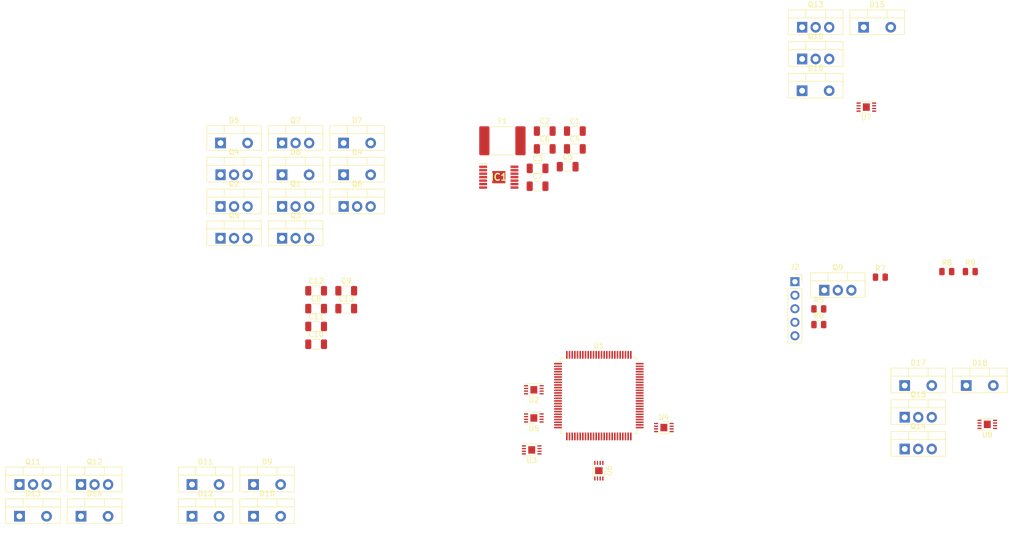
<source format=kicad_pcb>
(kicad_pcb (version 20221231) (generator pcbnew)
  (layers (0 "F.Cu" signal) (31 "B.Cu" signal) (34 "B.Paste" user) (35 "F.Paste" user) (36 "B.SilkS" user "B.Silkscreen") (37 "F.SilkS" user "F.Silkscreen") (38 "B.Mask" user) (39 "F.Mask" user) (44 "Edge.Cuts" user))
  (net 0 "")
  (net 1 "+12P")
  (net 2 "GND")
  (net 3 "Net-(IC1-VREG5)")
  (net 4 "Net-(IC1-SS)")
  (net 5 "+12V")
  (net 6 "Net-(IC1-VBST)")
  (net 7 "Net-(IC1-SW1)")
  (net 8 "+5P")
  (net 9 "Net-(U1-AREF)")
  (net 10 "Net-(U1-~{RESET})")
  (net 11 "+5V")
  (net 12 "Net-(C12-Pad1)")
  (net 13 "Net-(C12-Pad2)")
  (net 14 "Net-(C13-Pad1)")
  (net 15 "XTAL2")
  (net 16 "INJOUT2")
  (net 17 "IGNOUT2")
  (net 18 "IGNOUT4")
  (net 19 "Net-(IC1-VFB)")
  (net 20 "PWRGD")
  (net 21 "EN")
  (net 22 "Net-(Q1-G)")
  (net 23 "INJOUT1")
  (net 24 "Net-(Q3-G)")
  (net 25 "Net-(Q4-G)")
  (net 26 "IGNOUT1")
  (net 27 "IGNOUT3")
  (net 28 "Net-(Q7-G)")
  (net 29 "Net-(Q8-G)")
  (net 36 "Net-(U1-GND)")
  (net 40 "INJ1")
  (net 41 "INJ2")
  (net 44 "INJ3")
  (net 45 "INJ4")
  (net 51 "XTAL1")
  (net 104 "IGN1")
  (net 105 "IGN2")
  (net 106 "IGN3")
  (net 107 "IGN4")
  (net 108 "INJOUT4")
  (net 109 "INJOUT3")
  (net 110 "FAN-OUT")
  (net 111 "FUELPUMP-OUT")
  (net 112 "Net-(U3-OUTA)")
  (net 113 "Net-(U4-OUTA)")
  (net 114 "Net-(U5-OUTA)")
  (net 115 "Net-(Q11-G)")
  (net 116 "Net-(Q12-G)")
  (net 117 "FAN-CTRL")
  (net 118 "FUELPUMP-CTRL")
  (net 119 "MCU-BL")
  (net 120 "MCU-RX0")
  (net 121 "Net-(J2-Pin_5)")
  (net 122 "TACHO-CTRL")
  (net 123 "TACHO-OUT")
  (net 124 "MCU-TX0")
  (net 125 "SPARE-OUT1")
  (net 126 "SPARE-OUT2")
  (net 127 "Net-(Q10-G)")
  (net 128 "Net-(Q13-G)")
  (net 129 "SPARE2")
  (net 130 "SPARE1")
  (net 131 "BOOST-OUT")
  (net 132 "IDLE-OUT")
  (net 133 "Net-(Q14-G)")
  (net 134 "Net-(Q15-G)")
  (net 135 "IDLE")
  (net 136 "BOOST")
  (net 137 "SDA")
  (net 138 "SCL")
  (footprint "Capacitor_SMD:C_1206_3216Metric" (layer "F.Cu") (at 163.9 89.15)
    (fp_text reference "C4" (at 0 -1.85) (layer "F.SilkS"))
    (fp_text value "C")
    (pad "1" smd roundrect locked (at -1.475 0) (size 1.15 1.8) (layers "F.Cu" "F.Paste" "F.Mask") (roundrect_rratio 0.217391) (net 5 "+12V"))
    (pad "2" smd roundrect locked (at 1.475 0) (size 1.15 1.8) (layers "F.Cu" "F.Paste" "F.Mask") (roundrect_rratio 0.217391) (net 2 "GND"))
  )
  (footprint "Package_TO_SOT_THT:TO-220-2_Vertical" (layer "F.Cu") (at 218.1 66.3)
    (fp_text reference "D15" (at 2.54 -4.27) (layer "F.SilkS"))
    (fp_text value "D")
    (pad "1" thru_hole rect locked (at 0 0) (size 2 2) (drill 1.1) (layers *.Cu *.Mask) (net 125 "SPARE-OUT1"))
    (pad "2" thru_hole oval locked (at 5.08 0) (size 2 2) (drill 1.1) (layers *.Cu *.Mask) (net 2 "GND"))
  )
  (footprint "Package_TO_SOT_THT:TO-220-2_Vertical" (layer "F.Cu") (at 59.67 158.16)
    (fp_text reference "D13" (at 2.54 -4.27) (layer "F.SilkS"))
    (fp_text value "D")
    (pad "1" thru_hole rect locked (at 0 0) (size 2 2) (drill 1.1) (layers *.Cu *.Mask) (net 111 "FUELPUMP-OUT"))
    (pad "2" thru_hole oval locked (at 5.08 0) (size 2 2) (drill 1.1) (layers *.Cu *.Mask) (net 2 "GND"))
  )
  (footprint "Capacitor_SMD:C_1206_3216Metric" (layer "F.Cu") (at 162.55 92.5)
    (fp_text reference "C5" (at 0 -1.85) (layer "F.SilkS"))
    (fp_text value "10μF")
    (pad "1" smd roundrect locked (at -1.475 0) (size 1.15 1.8) (layers "F.Cu" "F.Paste" "F.Mask") (roundrect_rratio 0.217391) (net 2 "GND"))
    (pad "2" smd roundrect locked (at 1.475 0) (size 1.15 1.8) (layers "F.Cu" "F.Paste" "F.Mask") (roundrect_rratio 0.217391) (net 5 "+12V"))
  )
  (footprint "Capacitor_SMD:C_1206_3216Metric" (layer "F.Cu") (at 120.99 115.8)
    (fp_text reference "C9" (at 0 -1.85) (layer "F.SilkS"))
    (fp_text value "C")
    (pad "1" smd roundrect locked (at -1.475 0) (size 1.15 1.8) (layers "F.Cu" "F.Paste" "F.Mask") (roundrect_rratio 0.217391) (net 10 "Net-(U1-~{RESET})"))
    (pad "2" smd roundrect locked (at 1.475 0) (size 1.15 1.8) (layers "F.Cu" "F.Paste" "F.Mask") (roundrect_rratio 0.217391) (net 2 "GND"))
  )
  (footprint "Package_TO_SOT_THT:TO-220-3_Vertical" (layer "F.Cu") (at 97.4 94.01)
    (fp_text reference "Q4" (at 2.54 -4.27) (layer "F.SilkS"))
    (fp_text value "IRF540PBF-BE3")
    (pad "1" thru_hole rect locked (at 0 0) (size 1.905 2) (drill 1.1) (layers *.Cu *.Mask) (net 25 "Net-(Q4-G)"))
    (pad "2" thru_hole oval locked (at 2.54 0) (size 1.905 2) (drill 1.1) (layers *.Cu *.Mask) (net 109 "INJOUT3"))
    (pad "3" thru_hole oval locked (at 5.08 0) (size 1.905 2) (drill 1.1) (layers *.Cu *.Mask) (net 2 "GND"))
  )
  (footprint "Package_DFN_QFN:WDFN-8-1EP_3x2mm_P0.5mm_EP1.3x1.4mm" (layer "F.Cu") (at 155.8 145.7 180)
    (fp_text reference "U3" (at 0 -1.95) (layer "F.SilkS"))
    (fp_text value "MCP14A0304xMNY")
    (pad "1" smd roundrect locked (at -1.4625 -0.75 180) (size 0.775 0.25) (layers "F.Cu" "F.Paste" "F.Mask") (net 5 "+12V"))
    (pad "2" smd roundrect locked (at -1.4625 -0.25 180) (size 0.775 0.25) (layers "F.Cu" "F.Paste" "F.Mask") (net 45 "INJ4"))
    (pad "3" smd roundrect locked (at -1.4625 0.25 180) (size 0.775 0.25) (layers "F.Cu" "F.Paste" "F.Mask") (net 2 "GND"))
    (pad "4" smd roundrect locked (at -1.4625 0.75 180) (size 0.775 0.25) (layers "F.Cu" "F.Paste" "F.Mask") (net 44 "INJ3"))
    (pad "5" smd roundrect locked (at 1.4625 0.75 180) (size 0.775 0.25) (layers "F.Cu" "F.Paste" "F.Mask") (net 25 "Net-(Q4-G)"))
    (pad "6" smd roundrect locked (at 1.4625 0.25 180) (size 0.775 0.25) (layers "F.Cu" "F.Paste" "F.Mask") (net 5 "+12V"))
    (pad "7" smd roundrect locked (at 1.4625 -0.25 180) (size 0.775 0.25) (layers "F.Cu" "F.Paste" "F.Mask") (net 112 "Net-(U3-OUTA)"))
    (pad "8" smd roundrect locked (at 1.4625 -0.75 180) (size 0.775 0.25) (layers "F.Cu" "F.Paste" "F.Mask") (net 5 "+12V"))
    (pad "9" smd rect locked (at 0 0 180) (size 1.3 1.4) (layers "F.Cu" "F.Mask") (net 2 "GND"))
  )
  (footprint "Package_DFN_QFN:WDFN-8-1EP_3x2mm_P0.5mm_EP1.3x1.4mm" (layer "F.Cu") (at 156.2 134.4 180)
    (fp_text reference "U2" (at 0 -1.95) (layer "F.SilkS"))
    (fp_text value "MCP14A0304xMNY")
    (pad "1" smd roundrect locked (at -1.4625 -0.75 180) (size 0.775 0.25) (layers "F.Cu" "F.Paste" "F.Mask") (net 5 "+12V"))
    (pad "2" smd roundrect locked (at -1.4625 -0.25 180) (size 0.775 0.25) (layers "F.Cu" "F.Paste" "F.Mask") (net 41 "INJ2"))
    (pad "3" smd roundrect locked (at -1.4625 0.25 180) (size 0.775 0.25) (layers "F.Cu" "F.Paste" "F.Mask") (net 2 "GND"))
    (pad "4" smd roundrect locked (at -1.4625 0.75 180) (size 0.775 0.25) (layers "F.Cu" "F.Paste" "F.Mask") (net 40 "INJ1"))
    (pad "5" smd roundrect locked (at 1.4625 0.75 180) (size 0.775 0.25) (layers "F.Cu" "F.Paste" "F.Mask") (net 24 "Net-(Q3-G)"))
    (pad "6" smd roundrect locked (at 1.4625 0.25 180) (size 0.775 0.25) (layers "F.Cu" "F.Paste" "F.Mask") (net 5 "+12V"))
    (pad "7" smd roundrect locked (at 1.4625 -0.25 180) (size 0.775 0.25) (layers "F.Cu" "F.Paste" "F.Mask") (net 22 "Net-(Q1-G)"))
    (pad "8" smd roundrect locked (at 1.4625 -0.75 180) (size 0.775 0.25) (layers "F.Cu" "F.Paste" "F.Mask") (net 5 "+12V"))
    (pad "9" smd rect locked (at 0 0 180) (size 1.3 1.4) (layers "F.Cu" "F.Mask") (net 2 "GND"))
  )
  (footprint "Resistor_SMD:R_0805_2012Metric" (layer "F.Cu") (at 233.7 112.2)
    (fp_text reference "R8" (at 0 -1.65) (layer "F.SilkS"))
    (fp_text value "1k")
    (pad "1" smd roundrect locked (at -0.9125 0) (size 1.025 1.4) (layers "F.Cu" "F.Paste" "F.Mask") (roundrect_rratio 0.243902) (net 137 "SDA"))
    (pad "2" smd roundrect locked (at 0.9125 0) (size 1.025 1.4) (layers "F.Cu" "F.Paste" "F.Mask") (roundrect_rratio 0.243902) (net 11 "+5V"))
  )
  (footprint "Package_TO_SOT_THT:TO-220-3_Vertical" (layer "F.Cu") (at 108.95 105.93)
    (fp_text reference "Q3" (at 2.54 -4.27) (layer "F.SilkS"))
    (fp_text value "IRF540PBF-BE3")
    (pad "1" thru_hole rect locked (at 0 0) (size 1.905 2) (drill 1.1) (layers *.Cu *.Mask) (net 24 "Net-(Q3-G)"))
    (pad "2" thru_hole oval locked (at 2.54 0) (size 1.905 2) (drill 1.1) (layers *.Cu *.Mask) (net 23 "INJOUT1"))
    (pad "3" thru_hole oval locked (at 5.08 0) (size 1.905 2) (drill 1.1) (layers *.Cu *.Mask) (net 2 "GND"))
  )
  (footprint "Capacitor_SMD:C_1206_3216Metric" (layer "F.Cu") (at 156.9 96.16)
    (fp_text reference "C7" (at 0 -1.85) (layer "F.SilkS"))
    (fp_text value "C")
    (pad "1" smd roundrect locked (at -1.475 0) (size 1.15 1.8) (layers "F.Cu" "F.Paste" "F.Mask") (roundrect_rratio 0.217391) (net 2 "GND"))
    (pad "2" smd roundrect locked (at 1.475 0) (size 1.15 1.8) (layers "F.Cu" "F.Paste" "F.Mask") (roundrect_rratio 0.217391) (net 8 "+5P"))
  )
  (footprint "Package_TO_SOT_THT:TO-220-3_Vertical" (layer "F.Cu") (at 120.5 99.97)
    (fp_text reference "Q6" (at 2.54 -4.27) (layer "F.SilkS"))
    (fp_text value "IRF540PBF-BE3")
    (pad "1" thru_hole rect locked (at 0 0) (size 1.905 2) (drill 1.1) (layers *.Cu *.Mask) (net 114 "Net-(U5-OUTA)"))
    (pad "2" thru_hole oval locked (at 2.54 0) (size 1.905 2) (drill 1.1) (layers *.Cu *.Mask) (net 18 "IGNOUT4"))
    (pad "3" thru_hole oval locked (at 5.08 0) (size 1.905 2) (drill 1.1) (layers *.Cu *.Mask) (net 2 "GND"))
  )
  (footprint "Capacitor_SMD:C_1206_3216Metric" (layer "F.Cu") (at 158.25 89.15)
    (fp_text reference "C6" (at 0 -1.85) (layer "F.SilkS"))
    (fp_text value "C")
    (pad "1" smd roundrect locked (at -1.475 0) (size 1.15 1.8) (layers "F.Cu" "F.Paste" "F.Mask") (roundrect_rratio 0.217391) (net 6 "Net-(IC1-VBST)"))
    (pad "2" smd roundrect locked (at 1.475 0) (size 1.15 1.8) (layers "F.Cu" "F.Paste" "F.Mask") (roundrect_rratio 0.217391) (net 7 "Net-(IC1-SW1)"))
  )
  (footprint "Package_TO_SOT_THT:TO-220-3_Vertical" (layer "F.Cu") (at 225.8 139.56)
    (fp_text reference "Q15" (at 2.54 -4.27) (layer "F.SilkS"))
    (fp_text value "IRF540PBF-BE3")
    (pad "1" thru_hole rect locked (at 0 0) (size 1.905 2) (drill 1.1) (layers *.Cu *.Mask) (net 134 "Net-(Q15-G)"))
    (pad "2" thru_hole oval locked (at 2.54 0) (size 1.905 2) (drill 1.1) (layers *.Cu *.Mask) (net 132 "IDLE-OUT"))
    (pad "3" thru_hole oval locked (at 5.08 0) (size 1.905 2) (drill 1.1) (layers *.Cu *.Mask) (net 2 "GND"))
  )
  (footprint "Capacitor_SMD:C_1206_3216Metric" (layer "F.Cu") (at 156.9 92.81)
    (fp_text reference "C3" (at 0 -1.85) (layer "F.SilkS"))
    (fp_text value "1μF")
    (pad "1" smd roundrect locked (at -1.475 0) (size 1.15 1.8) (layers "F.Cu" "F.Paste" "F.Mask") (roundrect_rratio 0.217391) (net 2 "GND"))
    (pad "2" smd roundrect locked (at 1.475 0) (size 1.15 1.8) (layers "F.Cu" "F.Paste" "F.Mask") (roundrect_rratio 0.217391) (net 4 "Net-(IC1-SS)"))
  )
  (footprint "Package_TO_SOT_THT:TO-220-3_Vertical" (layer "F.Cu") (at 97.4 99.97)
    (fp_text reference "Q2" (at 2.54 -4.27) (layer "F.SilkS"))
    (fp_text value "IRF540PBF-BE3")
    (pad "1" thru_hole rect locked (at 0 0) (size 1.905 2) (drill 1.1) (layers *.Cu *.Mask) (net 112 "Net-(U3-OUTA)"))
    (pad "2" thru_hole oval locked (at 2.54 0) (size 1.905 2) (drill 1.1) (layers *.Cu *.Mask) (net 108 "INJOUT4"))
    (pad "3" thru_hole oval locked (at 5.08 0) (size 1.905 2) (drill 1.1) (layers *.Cu *.Mask) (net 2 "GND"))
  )
  (footprint "Package_TO_SOT_THT:TO-220-2_Vertical" (layer "F.Cu") (at 92.05 152.2)
    (fp_text reference "D11" (at 2.54 -4.27) (layer "F.SilkS"))
    (fp_text value "D")
    (pad "1" thru_hole rect locked (at 0 0) (size 2 2) (drill 1.1) (layers *.Cu *.Mask) (net 26 "IGNOUT1"))
    (pad "2" thru_hole oval locked (at 5.08 0) (size 2 2) (drill 1.1) (layers *.Cu *.Mask) (net 2 "GND"))
  )
  (footprint "Fuse:Fuse_2920_7451Metric" (layer "F.Cu") (at 150.3 87.63)
    (fp_text reference "F1" (at 0 -3.68) (layer "F.SilkS"))
    (fp_text value " 576-2920L700/24SLER ")
    (pad "1" smd roundrect locked (at -3.3875 0) (size 1.925 5.45) (layers "F.Cu" "F.Paste" "F.Mask") (roundrect_rratio 0.12987) (net 1 "+12P"))
    (pad "2" smd roundrect locked (at 3.3875 0) (size 1.925 5.45) (layers "F.Cu" "F.Paste" "F.Mask") (roundrect_rratio 0.12987) (net 5 "+12V"))
  )
  (footprint "Connector_PinSocket_2.54mm:PinSocket_1x05_P2.54mm_Vertical" (layer "F.Cu") (at 205.2 114.1)
    (fp_text reference "J2" (at 0 -2.77) (layer "F.SilkS"))
    (fp_text value "Conn_01x05_Female")
    (pad "1" thru_hole rect locked (at 0 0) (size 1.7 1.7) (drill 1) (layers *.Cu *.Mask) (net 119 "MCU-BL"))
    (pad "2" thru_hole oval locked (at 0 2.54) (size 1.7 1.7) (drill 1) (layers *.Cu *.Mask) (net 11 "+5V"))
    (pad "3" thru_hole oval locked (at 0 5.08) (size 1.7 1.7) (drill 1) (layers *.Cu *.Mask) (net 2 "GND"))
    (pad "4" thru_hole oval locked (at 0 7.62) (size 1.7 1.7) (drill 1) (layers *.Cu *.Mask) (net 120 "MCU-RX0"))
    (pad "5" thru_hole oval locked (at 0 10.16) (size 1.7 1.7) (drill 1) (layers *.Cu *.Mask) (net 121 "Net-(J2-Pin_5)"))
  )
  (footprint "Package_TO_SOT_THT:TO-220-3_Vertical" (layer "F.Cu") (at 71.22 152.2)
    (fp_text reference "Q12" (at 2.54 -4.27) (layer "F.SilkS"))
    (fp_text value "IRF540PBF-BE3")
    (pad "1" thru_hole rect locked (at 0 0) (size 1.905 2) (drill 1.1) (layers *.Cu *.Mask) (net 116 "Net-(Q12-G)"))
    (pad "2" thru_hole oval locked (at 2.54 0) (size 1.905 2) (drill 1.1) (layers *.Cu *.Mask) (net 110 "FAN-OUT"))
    (pad "3" thru_hole oval locked (at 5.08 0) (size 1.905 2) (drill 1.1) (layers *.Cu *.Mask) (net 2 "GND"))
  )
  (footprint "Capacitor_SMD:C_1206_3216Metric" (layer "F.Cu") (at 115.34 119.15)
    (fp_text reference "C8" (at 0 -1.85) (layer "F.SilkS"))
    (fp_text value "100nF")
    (pad "1" smd roundrect locked (at -1.475 0) (size 1.15 1.8) (layers "F.Cu" "F.Paste" "F.Mask") (roundrect_rratio 0.217391) (net 9 "Net-(U1-AREF)"))
    (pad "2" smd roundrect locked (at 1.475 0) (size 1.15 1.8) (layers "F.Cu" "F.Paste" "F.Mask") (roundrect_rratio 0.217391) (net 2 "GND"))
  )
  (footprint "Package_TO_SOT_THT:TO-220-2_Vertical" (layer "F.Cu") (at 92.05 158.16)
    (fp_text reference "D12" (at 2.54 -4.27) (layer "F.SilkS"))
    (fp_text value "D")
    (pad "1" thru_hole rect locked (at 0 0) (size 2 2) (drill 1.1) (layers *.Cu *.Mask) (net 18 "IGNOUT4"))
    (pad "2" thru_hole oval locked (at 5.08 0) (size 2 2) (drill 1.1) (layers *.Cu *.Mask) (net 2 "GND"))
  )
  (footprint "Package_TO_SOT_THT:TO-220-3_Vertical" (layer "F.Cu") (at 108.95 88.05)
    (fp_text reference "Q7" (at 2.54 -4.27) (layer "F.SilkS"))
    (fp_text value "IRF540PBF-BE3")
    (pad "1" thru_hole rect locked (at 0 0) (size 1.905 2) (drill 1.1) (layers *.Cu *.Mask) (net 28 "Net-(Q7-G)"))
    (pad "2" thru_hole oval locked (at 2.54 0) (size 1.905 2) (drill 1.1) (layers *.Cu *.Mask) (net 17 "IGNOUT2"))
    (pad "3" thru_hole oval locked (at 5.08 0) (size 1.905 2) (drill 1.1) (layers *.Cu *.Mask) (net 2 "GND"))
  )
  (footprint "Capacitor_SMD:C_1206_3216Metric" (layer "F.Cu") (at 115.34 122.5)
    (fp_text reference "C11" (at 0 -1.85) (layer "F.SilkS"))
    (fp_text value "C")
    (pad "1" smd roundrect locked (at -1.475 0) (size 1.15 1.8) (layers "F.Cu" "F.Paste" "F.Mask") (roundrect_rratio 0.217391) (net 11 "+5V"))
    (pad "2" smd roundrect locked (at 1.475 0) (size 1.15 1.8) (layers "F.Cu" "F.Paste" "F.Mask") (roundrect_rratio 0.217391) (net 2 "GND"))
  )
  (footprint "Package_TO_SOT_THT:TO-220-3_Vertical" (layer "F.Cu") (at 108.95 99.97)
    (fp_text reference "Q1" (at 2.54 -4.27) (layer "F.SilkS"))
    (fp_text value "IRF540PBF-BE3")
    (pad "1" thru_hole rect locked (at 0 0) (size 1.905 2) (drill 1.1) (layers *.Cu *.Mask) (net 22 "Net-(Q1-G)"))
    (pad "2" thru_hole oval locked (at 2.54 0) (size 1.905 2) (drill 1.1) (layers *.Cu *.Mask) (net 16 "INJOUT2"))
    (pad "3" thru_hole oval locked (at 5.08 0) (size 1.905 2) (drill 1.1) (layers *.Cu *.Mask) (net 2 "GND"))
  )
  (footprint "Capacitor_SMD:C_1206_3216Metric" (layer "F.Cu") (at 115.34 115.8)
    (fp_text reference "C12" (at 0 -1.85) (layer "F.SilkS"))
    (fp_text value "C")
    (pad "1" smd roundrect locked (at -1.475 0) (size 1.15 1.8) (layers "F.Cu" "F.Paste" "F.Mask") (roundrect_rratio 0.217391) (net 12 "Net-(C12-Pad1)"))
    (pad "2" smd roundrect locked (at 1.475 0) (size 1.15 1.8) (layers "F.Cu" "F.Paste" "F.Mask") (roundrect_rratio 0.217391) (net 13 "Net-(C12-Pad2)"))
  )
  (footprint "KiCad:SOP65P640X120-15N" (layer "F.Cu") (at 149.625 94.46)
    (fp_text reference "IC1" (at 0 0) (layer "F.SilkS") (effects (font (size 1.27 1.27) (thickness 0.254))))
    (fp_text value "TPS54225TPWPRQ1" hide)
    (pad "1" smd rect locked (at -2.938 -1.95 90) (size 0.45 1.475) (layers "F.Cu" "F.Paste" "F.Mask") (net 8 "+5P"))
    (pad "2" smd rect locked (at -2.938 -1.3 90) (size 0.45 1.475) (layers "F.Cu" "F.Paste" "F.Mask") (net 19 "Net-(IC1-VFB)"))
    (pad "3" smd rect locked (at -2.938 -0.65 90) (size 0.45 1.475) (layers "F.Cu" "F.Paste" "F.Mask") (net 3 "Net-(IC1-VREG5)"))
    (pad "4" smd rect locked (at -2.938 0 90) (size 0.45 1.475) (layers "F.Cu" "F.Paste" "F.Mask") (net 4 "Net-(IC1-SS)"))
    (pad "5" smd rect locked (at -2.938 0.65 90) (size 0.45 1.475) (layers "F.Cu" "F.Paste" "F.Mask") (net 2 "GND"))
    (pad "6" smd rect locked (at -2.938 1.3 90) (size 0.45 1.475) (layers "F.Cu" "F.Paste" "F.Mask") (net 20 "PWRGD"))
    (pad "7" smd rect locked (at -2.938 1.95 90) (size 0.45 1.475) (layers "F.Cu" "F.Paste" "F.Mask") (net 21 "EN"))
    (pad "8" smd rect locked (at 2.938 1.95 90) (size 0.45 1.475) (layers "F.Cu" "F.Paste" "F.Mask") (net 2 "GND"))
    (pad "9" smd rect locked (at 2.938 1.3 90) (size 0.45 1.475) (layers "F.Cu" "F.Paste" "F.Mask") (net 2 "GND"))
    (pad "10" smd rect locked (at 2.938 0.65 90) (size 0.45 1.475) (layers "F.Cu" "F.Paste" "F.Mask") (net 7 "Net-(IC1-SW1)"))
    (pad "11" smd rect locked (at 2.938 0 90) (size 0.45 1.475) (layers "F.Cu" "F.Paste" "F.Mask") (net 7 "Net-(IC1-SW1)"))
    (pad "12" smd rect locked (at 2.938 -0.65 90) (size 0.45 1.475) (layers "F.Cu" "F.Paste" "F.Mask") (net 6 "Net-(IC1-VBST)"))
    (pad "13" smd rect locked (at 2.938 -1.3 90) (size 0.45 1.475) (layers "F.Cu" "F.Paste" "F.Mask") (net 5 "+12V"))
    (pad "14" smd rect locked (at 2.938 -1.95 90) (size 0.45 1.475) (layers "F.Cu" "F.Paste" "F.Mask") (net 5 "+12V"))
    (pad "15" smd rect locked (at 0 0 90) (size 2.31 2.46) (layers "F.Cu" "F.Paste" "F.Mask") (net 2 "GND"))
  )
  (footprint "Package_TO_SOT_THT:TO-220-3_Vertical" (layer "F.Cu") (at 225.8 145.52)
    (fp_text reference "Q14" (at 2.54 -4.27) (layer "F.SilkS"))
    (fp_text value "IRF540PBF-BE3")
    (pad "1" thru_hole rect locked (at 0 0) (size 1.905 2) (drill 1.1) (layers *.Cu *.Mask) (net 133 "Net-(Q14-G)"))
    (pad "2" thru_hole oval locked (at 2.54 0) (size 1.905 2) (drill 1.1) (layers *.Cu *.Mask) (net 131 "BOOST-OUT"))
    (pad "3" thru_hole oval locked (at 5.08 0) (size 1.905 2) (drill 1.1) (layers *.Cu *.Mask) (net 2 "GND"))
  )
  (footprint "Package_TO_SOT_THT:TO-220-3_Vertical" (layer "F.Cu") (at 206.55 72.26)
    (fp_text reference "Q10" (at 2.54 -4.27) (layer "F.SilkS"))
    (fp_text value "IRF540PBF-BE3")
    (pad "1" thru_hole rect locked (at 0 0) (size 1.905 2) (drill 1.1) (layers *.Cu *.Mask) (net 127 "Net-(Q10-G)"))
    (pad "2" thru_hole oval locked (at 2.54 0) (size 1.905 2) (drill 1.1) (layers *.Cu *.Mask) (net 125 "SPARE-OUT1"))
    (pad "3" thru_hole oval locked (at 5.08 0) (size 1.905 2) (drill 1.1) (layers *.Cu *.Mask) (net 2 "GND"))
  )
  (footprint "Package_TO_SOT_THT:TO-220-2_Vertical" (layer "F.Cu") (at 237.35 133.6)
    (fp_text reference "D18" (at 2.54 -4.27) (layer "F.SilkS"))
    (fp_text value "D")
    (pad "1" thru_hole rect locked (at 0 0) (size 2 2) (drill 1.1) (layers *.Cu *.Mask) (net 132 "IDLE-OUT"))
    (pad "2" thru_hole oval locked (at 5.08 0) (size 2 2) (drill 1.1) (layers *.Cu *.Mask) (net 2 "GND"))
  )
  (footprint "Package_DFN_QFN:WDFN-8-1EP_3x2mm_P0.5mm_EP1.3x1.4mm" (layer "F.Cu") (at 168.4 149.6 -90)
    (fp_text reference "U6" (at 0 -1.95 90) (layer "F.SilkS"))
    (fp_text value "MCP14A0304xMNY")
    (pad "1" smd roundrect locked (at -1.4625 -0.75 270) (size 0.775 0.25) (layers "F.Cu" "F.Paste" "F.Mask") (net 5 "+12V"))
    (pad "2" smd roundrect locked (at -1.4625 -0.25 270) (size 0.775 0.25) (layers "F.Cu" "F.Paste" "F.Mask") (net 118 "FUELPUMP-CTRL"))
    (pad "3" smd roundrect locked (at -1.4625 0.25 270) (size 0.775 0.25) (layers "F.Cu" "F.Paste" "F.Mask") (net 2 "GND"))
    (pad "4" smd roundrect locked (at -1.4625 0.75 270) (size 0.775 0.25) (layers "F.Cu" "F.Paste" "F.Mask") (net 117 "FAN-CTRL"))
    (pad "5" smd roundrect locked (at 1.4625 0.75 270) (size 0.775 0.25) (layers "F.Cu" "F.Paste" "F.Mask") (net 116 "Net-(Q12-G)"))
    (pad "6" smd roundrect locked (at 1.4625 0.25 270) (size 0.775 0.25) (layers "F.Cu" "F.Paste" "F.Mask") (net 5 "+12V"))
    (pad "7" smd roundrect locked (at 1.4625 -0.25 270) (size 0.775 0.25) (layers "F.Cu" "F.Paste" "F.Mask") (net 115 "Net-(Q11-G)"))
    (pad "8" smd roundrect locked (at 1.4625 -0.75 270) (size 0.775 0.25) (layers "F.Cu" "F.Paste" "F.Mask") (net 5 "+12V"))
    (pad "9" smd rect locked (at 0 0 270) (size 1.3 1.4) (layers "F.Cu" "F.Mask") (net 2 "GND"))
  )
  (footprint "Capacitor_SMD:C_1206_3216Metric" (layer "F.Cu") (at 163.9 85.8)
    (fp_text reference "C1" (at 0 -1.85) (layer "F.SilkS"))
    (fp_text value "C")
    (pad "1" smd roundrect locked (at -1.475 0) (size 1.15 1.8) (layers "F.Cu" "F.Paste" "F.Mask") (roundrect_rratio 0.217391) (net 1 "+12P"))
    (pad "2" smd roundrect locked (at 1.475 0) (size 1.15 1.8) (layers "F.Cu" "F.Paste" "F.Mask") (roundrect_rratio 0.217391) (net 2 "GND"))
  )
  (footprint "Package_TO_SOT_THT:TO-220-2_Vertical" (layer "F.Cu") (at 97.4 88.05)
    (fp_text reference "D5" (at 2.54 -4.27) (layer "F.SilkS"))
    (fp_text value "D")
    (pad "1" thru_hole rect locked (at 0 0) (size 2 2) (drill 1.1) (layers *.Cu *.Mask) (net 109 "INJOUT3"))
    (pad "2" thru_hole oval locked (at 5.08 0) (size 2 2) (drill 1.1) (layers *.Cu *.Mask) (net 2 "GND"))
  )
  (footprint "Package_DFN_QFN:WDFN-8-1EP_3x2mm_P0.5mm_EP1.3x1.4mm" (layer "F.Cu") (at 156.2 139.7 180)
    (fp_text reference "U5" (at 0 -1.95) (layer "F.SilkS"))
    (fp_text value "MCP14A0304xMNY")
    (pad "1" smd roundrect locked (at -1.4625 -0.75 180) (size 0.775 0.25) (layers "F.Cu" "F.Paste" "F.Mask") (net 5 "+12V"))
    (pad "2" smd roundrect locked (at -1.4625 -0.25 180) (size 0.775 0.25) (layers "F.Cu" "F.Paste" "F.Mask") (net 107 "IGN4"))
    (pad "3" smd roundrect locked (at -1.4625 0.25 180) (size 0.775 0.25) (layers "F.Cu" "F.Paste" "F.Mask") (net 2 "GND"))
    (pad "4" smd roundrect locked (at -1.4625 0.75 180) (size 0.775 0.25) (layers "F.Cu" "F.Paste" "F.Mask") (net 106 "IGN3"))
    (pad "5" smd roundrect locked (at 1.4625 0.75 180) (size 0.775 0.25) (layers "F.Cu" "F.Paste" "F.Mask") (net 29 "Net-(Q8-G)"))
    (pad "6" smd roundrect locked (at 1.4625 0.25 180) (size 0.775 0.25) (layers "F.Cu" "F.Paste" "F.Mask") (net 5 "+12V"))
    (pad "7" smd roundrect locked (at 1.4625 -0.25 180) (size 0.775 0.25) (layers "F.Cu" "F.Paste" "F.Mask") (net 114 "Net-(U5-OUTA)"))
    (pad "8" smd roundrect locked (at 1.4625 -0.75 180) (size 0.775 0.25) (layers "F.Cu" "F.Paste" "F.Mask") (net 5 "+12V"))
    (pad "9" smd rect locked (at 0 0 180) (size 1.3 1.4) (layers "F.Cu" "F.Mask") (net 2 "GND"))
  )
  (footprint "Package_DFN_QFN:WDFN-8-1EP_3x2mm_P0.5mm_EP1.3x1.4mm" (layer "F.Cu") (at 218.6 81.3 180)
    (fp_text reference "U7" (at 0 -1.95) (layer "F.SilkS"))
    (fp_text value "MCP14A0304xMNY")
    (pad "1" smd roundrect locked (at -1.4625 -0.75 180) (size 0.775 0.25) (layers "F.Cu" "F.Paste" "F.Mask") (net 5 "+12V"))
    (pad "2" smd roundrect locked (at -1.4625 -0.25 180) (size 0.775 0.25) (layers "F.Cu" "F.Paste" "F.Mask") (net 130 "SPARE1"))
    (pad "3" smd roundrect locked (at -1.4625 0.25 180) (size 0.775 0.25) (layers "F.Cu" "F.Paste" "F.Mask") (net 2 "GND"))
    (pad "4" smd roundrect locked (at -1.4625 0.75 180) (size 0.775 0.25) (layers "F.Cu" "F.Paste" "F.Mask") (net 129 "SPARE2"))
    (pad "5" smd roundrect locked (at 1.4625 0.75 180) (size 0.775 0.25) (layers "F.Cu" "F.Paste" "F.Mask") (net 128 "Net-(Q13-G)"))
    (pad "6" smd roundrect locked (at 1.4625 0.25 180) (size 0.775 0.25) (layers "F.Cu" "F.Paste" "F.Mask") (net 5 "+12V"))
    (pad "7" smd roundrect locked (at 1.4625 -0.25 180) (size 0.775 0.25) (layers "F.Cu" "F.Paste" "F.Mask") (net 127 "Net-(Q10-G)"))
    (pad "8" smd roundrect locked (at 1.4625 -0.75 180) (size 0.775 0.25) (layers "F.Cu" "F.Paste" "F.Mask") (net 5 "+12V"))
    (pad "9" smd rect locked (at 0 0 180) (size 1.3 1.4) (layers "F.Cu" "F.Mask") (net 2 "GND"))
  )
  (footprint "Package_TO_SOT_THT:TO-220-2_Vertical" (layer "F.Cu") (at 108.95 94.01)
    (fp_text reference "D6" (at 2.54 -4.27) (layer "F.SilkS"))
    (fp_text value "D")
    (pad "1" thru_hole rect locked (at 0 0) (size 2 2) (drill 1.1) (layers *.Cu *.Mask) (net 17 "IGNOUT2"))
    (pad "2" thru_hole oval locked (at 5.08 0) (size 2 2) (drill 1.1) (layers *.Cu *.Mask) (net 2 "GND"))
  )
  (footprint "Package_TO_SOT_THT:TO-220-3_Vertical" (layer "F.Cu") (at 206.55 66.3)
    (fp_text reference "Q13" (at 2.54 -4.27) (layer "F.SilkS"))
    (fp_text value "IRF540PBF-BE3")
    (pad "1" thru_hole rect locked (at 0 0) (size 1.905 2) (drill 1.1) (layers *.Cu *.Mask) (net 128 "Net-(Q13-G)"))
    (pad "2" thru_hole oval locked (at 2.54 0) (size 1.905 2) (drill 1.1) (layers *.Cu *.Mask) (net 126 "SPARE-OUT2"))
    (pad "3" thru_hole oval locked (at 5.08 0) (size 1.905 2) (drill 1.1) (layers *.Cu *.Mask) (net 2 "GND"))
  )
  (footprint "Package_TO_SOT_THT:TO-220-2_Vertical" (layer "F.Cu") (at 103.6 158.16)
    (fp_text reference "D10" (at 2.54 -4.27) (layer "F.SilkS"))
    (fp_text value "D")
    (pad "1" thru_hole rect locked (at 0 0) (size 2 2) (drill 1.1) (layers *.Cu *.Mask) (net 108 "INJOUT4"))
    (pad "2" thru_hole oval locked (at 5.08 0) (size 2 2) (drill 1.1) (layers *.Cu *.Mask) (net 2 "GND"))
  )
  (footprint "Package_TO_SOT_THT:TO-220-3_Vertical" (layer "F.Cu") (at 59.67 152.2)
    (fp_text reference "Q11" (at 2.54 -4.27) (layer "F.SilkS"))
    (fp_text value "IRF540PBF-BE3")
    (pad "1" thru_hole rect locked (at 0 0) (size 1.905 2) (drill 1.1) (layers *.Cu *.Mask) (net 115 "Net-(Q11-G)"))
    (pad "2" thru_hole oval locked (at 2.54 0) (size 1.905 2) (drill 1.1) (layers *.Cu *.Mask) (net 111 "FUELPUMP-OUT"))
    (pad "3" thru_hole oval locked (at 5.08 0) (size 1.905 2) (drill 1.1) (layers *.Cu *.Mask) (net 2 "GND"))
  )
  (footprint "Package_QFP:TQFP-100_14x14mm_P0.5mm" (layer "F.Cu") (at 168.4 135.5)
    (fp_text reference "U1" (at 0 -9.35) (layer "F.SilkS"))
    (fp_text value "ATmega2560-16A")
    (pad "1" smd roundrect locked (at -7.6625 -6) (size 1.475 0.3) (layers "F.Cu" "F.Paste" "F.Mask") (net 129 "SPARE2"))
    (pad "2" smd roundrect locked (at -7.6625 -5.5) (size 1.475 0.3) (layers "F.Cu" "F.Paste" "F.Mask"))
    (pad "3" smd roundrect locked (at -7.6625 -5) (size 1.475 0.3) (layers "F.Cu" "F.Paste" "F.Mask"))
    (pad "4" smd roundrect locked (at -7.6625 -4.5) (size 1.475 0.3) (layers "F.Cu" "F.Paste" "F.Mask"))
    (pad "5" smd roundrect locked (at -7.6625 -4) (size 1.475 0.3) (layers "F.Cu" "F.Paste" "F.Mask") (net 130 "SPARE1"))
    (pad "6" smd roundrect locked (at -7.6625 -3.5) (size 1.475 0.3) (layers "F.Cu" "F.Paste" "F.Mask"))
    (pad "7" smd roundrect locked (at -7.6625 -3) (size 1.475 0.3) (layers "F.Cu" "F.Paste" "F.Mask") (net 119 "MCU-BL"))
    (pad "8" smd roundrect locked (at -7.6625 -2.5) (size 1.475 0.3) (layers "F.Cu" "F.Paste" "F.Mask"))
    (pad "9" smd roundrect locked (at -7.6625 -2) (size 1.475 0.3) (layers "F.Cu" "F.Paste" "F.Mask"))
    (pad "10" smd roundrect locked (at -7.6625 -1.5) (size 1.475 0.3) (layers "F.Cu" "F.Paste" "F.Mask") (net 11 "+5V"))
    (pad "11" smd roundrect locked (at -7.6625 -1) (size 1.475 0.3) (layers "F.Cu" "F.Paste" "F.Mask") (net 36 "Net-(U1-GND)"))
    (pad "12" smd roundrect locked (at -7.6625 -0.5) (size 1.475 0.3) (layers "F.Cu" "F.Paste" "F.Mask"))
    (pad "13" smd roundrect locked (at -7.6625 0) (size 1.475 0.3) (layers "F.Cu" "F.Paste" "F.Mask"))
    (pad "14" smd roundrect locked (at -7.6625 0.5) (size 1.475 0.3) (layers "F.Cu" "F.Paste" "F.Mask"))
    (pad "15" smd roundrect locked (at -7.6625 1) (size 1.475 0.3) (layers "F.Cu" "F.Paste" "F.Mask") (net 135 "IDLE"))
    (pad "16" smd roundrect locked (at -7.6625 1.5) (size 1.475 0.3) (layers "F.Cu" "F.Paste" "F.Mask") (net 136 "BOOST"))
    (pad "17" smd roundrect locked (at -7.6625 2) (size 1.475 0.3) (layers "F.Cu" "F.Paste" "F.Mask") (net 40 "INJ1"))
    (pad "18" smd roundrect locked (at -7.6625 2.5) (size 1.475 0.3) (layers "F.Cu" "F.Paste" "F.Mask") (net 41 "INJ2"))
    (pad "19" smd roundrect locked (at -7.6625 3) (size 1.475 0.3) (layers "F.Cu" "F.Paste" "F.Mask"))
    (pad "20" smd roundrect locked (at -7.6625 3.5) (size 1.475 0.3) (layers "F.Cu" "F.Paste" "F.Mask") (net 106 "IGN3"))
    (pad "21" smd roundrect locked (at -7.6625 4) (size 1.475 0.3) (layers "F.Cu" "F.Paste" "F.Mask"))
    (pad "22" smd roundrect locked (at -7.6625 4.5) (size 1.475 0.3) (layers "F.Cu" "F.Paste" "F.Mask") (net 107 "IGN4"))
    (pad "23" smd roundrect locked (at -7.6625 5) (size 1.475 0.3) (layers "F.Cu" "F.Paste" "F.Mask") (net 44 "INJ3"))
    (pad "24" smd roundrect locked (at -7.6625 5.5) (size 1.475 0.3) (layers "F.Cu" "F.Paste" "F.Mask") (net 45 "INJ4"))
    (pad "25" smd roundrect locked (at -7.6625 6) (size 1.475 0.3) (layers "F.Cu" "F.Paste" "F.Mask"))
    (pad "26" smd roundrect locked (at -6 7.6625) (size 0.3 1.475) (layers "F.Cu" "F.Paste" "F.Mask"))
    (pad "27" smd roundrect locked (at -5.5 7.6625) (size 0.3 1.475) (layers "F.Cu" "F.Paste" "F.Mask"))
    (pad "28" smd roundrect locked (at -5 7.6625) (size 0.3 1.475) (layers "F.Cu" "F.Paste" "F.Mask"))
    (pad "29" smd roundrect locked (at -4.5 7.6625) (size 0.3 1.475) (layers "F.Cu" "F.Paste" "F.Mask"))
    (pad "30" smd roundrect locked (at -4 7.6625) (size 0.3 1.475) (layers "F.Cu" "F.Paste" "F.Mask") (net 10 "Net-(U1-~{RESET})"))
    (pad "31" smd roundrect locked (at -3.5 7.6625) (size 0.3 1.475) (layers "F.Cu" "F.Paste" "F.Mask") (net 11 "+5V"))
    (pad "32" smd roundrect locked (at -3 7.6625) (size 0.3 1.475) (layers "F.Cu" "F.Paste" "F.Mask") (net 36 "Net-(U1-GND)"))
    (pad "33" smd roundrect locked (at -2.5 7.6625) (size 0.3 1.475) (layers "F.Cu" "F.Paste" "F.Mask") (net 15 "XTAL2"))
    (pad "34" smd roundrect locked (at -2 7.6625) (size 0.3 1.475) (layers "F.Cu" "F.Paste" "F.Mask") (net 51 "XTAL1"))
    (pad "35" smd roundrect locked (at -1.5 7.6625) (size 0.3 1.475) (layers "F.Cu" "F.Paste" "F.Mask") (net 122 "TACHO-CTRL"))
    (pad "36" smd roundrect locked (at -1 7.6625) (size 0.3 1.475) (layers "F.Cu" "F.Paste" "F.Mask"))
    (pad "37" smd roundrect locked (at -0.5 7.6625) (size 0.3 1.475) (layers "F.Cu" "F.Paste" "F.Mask") (net 117 "FAN-CTRL"))
    (pad "38" smd roundrect locked (at 0 7.6625) (size 0.3 1.475) (layers "F.Cu" "F.Paste" "F.Mask"))
    (pad "39" smd roundrect locked (at 0.5 7.6625) (size 0.3 1.475) (layers "F.Cu" "F.Paste" "F.Mask") (net 118 "FUELPUMP-CTRL"))
    (pad "40" smd roundrect locked (at 1 7.6625) (size 0.3 1.475) (layers "F.Cu" "F.Paste" "F.Mask"))
    (pad "41" smd roundrect locked (at 1.5 7.6625) (size 0.3 1.475) (layers "F.Cu" "F.Paste" "F.Mask"))
    (pad "42" smd roundrect locked (at 2 7.6625) (size 0.3 1.475) (layers "F.Cu" "F.Paste" "F.Mask"))
    (pad "43" smd roundrect locked (at 2.5 7.6625) (size 0.3 1.475) (layers "F.Cu" "F.Paste" "F.Mask") (net 138 "SCL"))
    (pad "44" smd roundrect locked (at 3 7.6625) (size 0.3 1.475) (layers "F.Cu" "F.Paste" "F.Mask") (net 137 "SDA"))
    (pad "45" smd roundrect locked (at 3.5 7.6625) (size 0.3 1.475) (layers "F.Cu" "F.Paste" "F.Mask"))
    (pad "46" smd roundrect locked (at 4 7.6625) (size 0.3 1.475) (layers "F.Cu" "F.Paste" "F.Mask"))
    (pad "47" smd roundrect locked (at 4.5 7.6625) (size 0.3 1.475) (layers "F.Cu" "F.Paste" "F.Mask"))
    (pad "48" smd roundrect locked (at 5 7.6625) (size 0.3 1.475) (layers "F.Cu" "F.Paste" "F.Mask"))
    (pad "49" smd roundrect locked (at 5.5 7.6625) (size 0.3 1.475) (layers "F.Cu" "F.Paste" "F.Mask"))
    (pad "50" smd roundrect locked (at 6 7.6625) (size 0.3 1.475) (layers "F.Cu" "F.Paste" "F.Mask") (net 105 "IGN2"))
    (pad "51" smd roundrect locked (at 7.6625 6) (size 1.475 0.3) (layers "F.Cu" "F.Paste" "F.Mask"))
    (pad "52" smd roundrect locked (at 7.6625 5.5) (size 1.475 0.3) (layers "F.Cu" "F.Paste" "F.Mask") (net 104 "IGN1"))
    (pad "53" smd roundrect locked (at 7.6625 5) (size 1.475 0.3) (layers "F.Cu" "F.Paste" "F.Mask"))
    (pad "54" smd roundrect locked (at 7.6625 4.5) (size 1.475 0.3) (layers "F.Cu" "F.Paste" "F.Mask"))
    (pad "55" smd roundrect locked (at 7.6625 4) (size 1.475 0.3) (layers "F.Cu" "F.Paste" "F.Mask"))
    (pad "56" smd roundrect locked (at 7.6625 3.5) (size 1.475 0.3) (layers "F.Cu" "F.Paste" "F.Mask"))
    (pad "57" smd roundrect locked (at 7.6625 3) (size 1.475 0.3) (layers "F.Cu" "F.Paste" "F.Mask"))
    (pad "58" smd roundrect locked (at 7.6625 2.5) (size 1.475 0.3) (layers "F.Cu" "F.Paste" "F.Mask"))
    (pad "59" smd roundrect locked (at 7.6625 2) (size 1.475 0.3) (layers "F.Cu" "F.Paste" "F.Mask"))
    (pad "60" smd roundrect locked (at 7.6625 1.5) (size 1.475 0.3) (layers "F.Cu" "F.Paste" "F.Mask"))
    (pad "61" smd roundrect locked (at 7.6625 1) (size 1.475 0.3) (layers "F.Cu" "F.Paste" "F.Mask") (net 11 "+5V"))
    (pad "62" smd roundrect locked (at 7.6625 0.5) (size 1.475 0.3) (layers "F.Cu" "F.Paste" "F.Mask") (net 36 "Net-(U1-GND)"))
    (pad "63" smd roundrect locked (at 7.6625 0) (size 1.475 0.3) (layers "F.Cu" "F.Paste" "F.Mask"))
    (pad "64" smd roundrect locked (at 7.6625 -0.5) (size 1.475 0.3) (layers "F.Cu" "F.Paste" "F.Mask"))
    (pad "65" smd roundrect locked (at 7.6625 -1) (size 1.475 0.3) (layers "F.Cu" "F.Paste" "F.Mask"))
    (pad "66" smd roundrect locked (at 7.6625 -1.5) (size 1.475 0.3) (layers "F.Cu" "F.Paste" "F.Mask"))
    (pad "67" smd roundrect locked (at 7.6625 -2) (size 1.475 0.3) (layers "F.Cu" "F.Paste" "F.Mask"))
    (pad "68" smd roundrect locked (at 7.6625 -2.5) (size 1.475 0.3) (layers "F.Cu" "F.Paste" "F.Mask"))
    (pad "69" smd roundrect locked (at 7.6625 -3) (size 1.475 0.3) (layers "F.Cu" "F.Paste" "F.Mask"))
    (pad "70" smd roundrect locked (at 7.6625 -3.5) (size 1.475 0.3) (layers "F.Cu" "F.Paste" "F.Mask"))
    (pad "71" smd roundrect locked (at 7.6625 -4) (size 1.475 0.3) (layers "F.Cu" "F.Paste" "F.Mask"))
    (pad "72" smd roundrect locked (at 7.6625 -4.5) (size 1.475 0.3) (layers "F.Cu" "F.Paste" "F.Mask"))
    (pad "73" smd roundrect locked (at 7.6625 -5) (size 1.475 0.3) (layers "F.Cu" "F.Paste" "F.Mask"))
    (pad "74" smd roundrect locked (at 7.6625 -5.5) (size 1.475 0.3) (layers "F.Cu" "F.Paste" "F.Mask"))
    (pad "75" smd roundrect locked (at 7.6625 -6) (size 1.475 0.3) (layers "F.Cu" "F.Paste" "F.Mask"))
    (pad "76" smd roundrect locked (at 6 -7.6625) (size 0.3 1.475) (layers "F.Cu" "F.Paste" "F.Mask"))
    (pad "77" smd roundrect locked (at 5.5 -7.6625) (size 0.3 1.475) (layers "F.Cu" "F.Paste" "F.Mask"))
    (pad "78" smd roundrect locked (at 5 -7.6625) (size 0.3 1.475) (layers "F.Cu" "F.Paste" "F.Mask"))
    (pad "79" smd roundrect locked (at 4.5 -7.6625) (size 0.3 1.475) (layers "F.Cu" "F.Paste" "F.Mask"))
    (pad "80" smd roundrect locked (at 4 -7.6625) (size 0.3 1.475) (layers "F.Cu" "F.Paste" "F.Mask") (net 11 "+5V"))
    (pad "81" smd roundrect locked (at 3.5 -7.6625) (size 0.3 1.475) (layers "F.Cu" "F.Paste" "F.Mask") (net 36 "Net-(U1-GND)"))
    (pad "82" smd roundrect locked (at 3 -7.6625) (size 0.3 1.475) (layers "F.Cu" "F.Paste" "F.Mask"))
    (pad "83" smd roundrect locked (at 2.5 -7.6625) (size 0.3 1.475) (layers "F.Cu" "F.Paste" "F.Mask"))
    (pad "84" smd roundrect locked (at 2 -7.6625) (size 0.3 1.475) (layers "F.Cu" "F.Paste" "F.Mask"))
    (pad "85" smd roundrect locked (at 1.5 -7.6625) (size 0.3 1.475) (layers "F.Cu" "F.Paste" "F.Mask"))
    (pad "86" smd roundrect locked (at 1 -7.6625) (size 0.3 1.475) (layers "F.Cu" "F.Paste" "F.Mask"))
    (pad "87" smd roundrect locked (at 0.5 -7.6625) (size 0.3 1.475) (layers "F.Cu" "F.Paste" "F.Mask"))
    (pad "88" smd roundrect locked (at 0 -7.6625) (size 0.3 1.475) (layers "F.Cu" "F.Paste" "F.Mask"))
    (pad "89" smd roundrect locked (at -0.5 -7.6625) (size 0.3 1.475) (layers "F.Cu" "F.Paste" "F.Mask"))
    (pad "90" smd roundrect locked (at -1 -7.6625) (size 0.3 1.475) (layers "F.Cu" "F.Paste" "F.Mask"))
    (pad "91" smd roundrect locked (at -1.5 -7.6625) (size 0.3 1.475) (layers "F.Cu" "F.Paste" "F.Mask"))
    (pad "92" smd roundrect locked (at -2 -7.6625) (size 0.3 1.475) (layers "F.Cu" "F.Paste" "F.Mask"))
    (pad "93" smd roundrect locked (at -2.5 -7.6625) (size 0.3 1.475) (layers "F.Cu" "F.Paste" "F.Mask"))
    (pad "94" smd roundrect locked (at -3 -7.6625) (size 0.3 1.475) (layers "F.Cu" "F.Paste" "F.Mask"))
    (pad "95" smd roundrect locked (at -3.5 -7.6625) (size 0.3 1.475) (layers "F.Cu" "F.Paste" "F.Mask"))
    (pad "96" smd roundrect locked (at -4 -7.6625) (size 0.3 1.475) (layers "F.Cu" "F.Paste" "F.Mask"))
    (pad "97" smd roundrect locked (at -4.5 -7.6625) (size 0.3 1.475) (layers "F.Cu" "F.Paste" "F.Mask"))
    (pad "98" smd roundrect locked (at -5 -7.6625) (size 0.3 1.475) (layers "F.Cu" "F.Paste" "F.Mask") (net 9 "Net-(U1-AREF)"))
    (pad "99" smd roundrect locked (at -5.5 -7.6625) (size 0.3 1.475) (layers "F.Cu" "F.Paste" "F.Mask") (net 36 "Net-(U1-GND)"))
    (pad "100" smd roundrect locked (at -6 -7.6625) (size 0.3 1.475) (layers "F.Cu" "F.Paste" "F.Mask") (net 11 "+5V"))
  )
  (footprint "Resistor_SMD:R_0805_2012Metric" (layer "F.Cu") (at 238.11 112.2)
    (fp_text reference "R9" (at 0 -1.65) (layer "F.SilkS"))
    (fp_text value "1k")
    (pad "1" smd roundrect locked (at -0.9125 0) (size 1.025 1.4) (layers "F.Cu" "F.Paste" "F.Mask") (roundrect_rratio 0.243902) (net 138 "SCL"))
    (pad "2" smd roundrect locked (at 0.9125 0) (size 1.025 1.4) (layers "F.Cu" "F.Paste" "F.Mask") (roundrect_rratio 0.243902) (net 11 "+5V"))
  )
  (footprint "Package_TO_SOT_THT:TO-220-2_Vertical" (layer "F.Cu") (at 103.6 152.2)
    (fp_text reference "D9" (at 2.54 -4.27) (layer "F.SilkS"))
    (fp_text value "D")
    (pad "1" thru_hole rect locked (at 0 0) (size 2 2) (drill 1.1) (layers *.Cu *.Mask) (net 16 "INJOUT2"))
    (pad "2" thru_hole oval locked (at 5.08 0) (size 2 2) (drill 1.1) (layers *.Cu *.Mask) (net 2 "GND"))
  )
  (footprint "Resistor_SMD:R_0805_2012Metric" (layer "F.Cu") (at 209.68 122.16)
    (fp_text reference "R6" (at 0 -1.65) (layer "F.SilkS"))
    (fp_text value "2k")
    (pad "1" smd roundrect locked (at -0.9125 0) (size 1.025 1.4) (layers "F.Cu" "F.Paste" "F.Mask") (roundrect_rratio 0.243902) (net 121 "Net-(J2-Pin_5)"))
    (pad "2" smd roundrect locked (at 0.9125 0) (size 1.025 1.4) (layers "F.Cu" "F.Paste" "F.Mask") (roundrect_rratio 0.243902) (net 2 "GND"))
  )
  (footprint "Capacitor_SMD:C_1206_3216Metric" (layer "F.Cu") (at 115.34 125.85)
    (fp_text reference "C10" (at 0 -1.85) (layer "F.SilkS"))
    (fp_text value "C")
    (pad "1" smd roundrect locked (at -1.475 0) (size 1.15 1.8) (layers "F.Cu" "F.Paste" "F.Mask") (roundrect_rratio 0.217391) (net 11 "+5V"))
    (pad "2" smd roundrect locked (at 1.475 0) (size 1.15 1.8) (layers "F.Cu" "F.Paste" "F.Mask") (roundrect_rratio 0.217391) (net 2 "GND"))
  )
  (footprint "Package_TO_SOT_THT:TO-220-2_Vertical" (layer "F.Cu") (at 225.8 133.6)
    (fp_text reference "D17" (at 2.54 -4.27) (layer "F.SilkS"))
    (fp_text value "D")
    (pad "1" thru_hole rect locked (at 0 0) (size 2 2) (drill 1.1) (layers *.Cu *.Mask) (net 131 "BOOST-OUT"))
    (pad "2" thru_hole oval locked (at 5.08 0) (size 2 2) (drill 1.1) (layers *.Cu *.Mask) (net 2 "GND"))
  )
  (footprint "Package_TO_SOT_THT:TO-220-2_Vertical" (layer "F.Cu") (at 71.22 158.16)
    (fp_text reference "D14" (at 2.54 -4.27) (layer "F.SilkS"))
    (fp_text value "D")
    (pad "1" thru_hole rect locked (at 0 0) (size 2 2) (drill 1.1) (layers *.Cu *.Mask) (net 110 "FAN-OUT"))
    (pad "2" thru_hole oval locked (at 5.08 0) (size 2 2) (drill 1.1) (layers *.Cu *.Mask) (net 2 "GND"))
  )
  (footprint "Resistor_SMD:R_0805_2012Metric" (layer "F.Cu") (at 209.68 119.21)
    (fp_text reference "R5" (at 0 -1.65) (layer "F.SilkS"))
    (fp_text value "10k")
    (pad "1" smd roundrect locked (at -0.9125 0) (size 1.025 1.4) (layers "F.Cu" "F.Paste" "F.Mask") (roundrect_rratio 0.243902) (net 123 "TACHO-OUT"))
    (pad "2" smd roundrect locked (at 0.9125 0) (size 1.025 1.4) (layers "F.Cu" "F.Paste" "F.Mask") (roundrect_rratio 0.243902) (net 5 "+12V"))
  )
  (footprint "Package_TO_SOT_THT:TO-220-2_Vertical" (layer "F.Cu") (at 120.5 88.05)
    (fp_text reference "D7" (at 2.54 -4.27) (layer "F.SilkS"))
    (fp_text value "D")
    (pad "1" thru_hole rect locked (at 0 0) (size 2 2) (drill 1.1) (layers *.Cu *.Mask) (net 27 "IGNOUT3"))
    (pad "2" thru_hole oval locked (at 5.08 0) (size 2 2) (drill 1.1) (layers *.Cu *.Mask) (net 2 "GND"))
  )
  (footprint "Package_TO_SOT_THT:TO-220-2_Vertical" (layer "F.Cu") (at 206.55 78.22)
    (fp_text reference "D16" (at 2.54 -4.27) (layer "F.SilkS"))
    (fp_text value "D")
    (pad "1" thru_hole rect locked (at 0 0) (size 2 2) (drill 1.1) (layers *.Cu *.Mask) (net 126 "SPARE-OUT2"))
    (pad "2" thru_hole oval locked (at 5.08 0) (size 2 2) (drill 1.1) (layers *.Cu *.Mask) (net 2 "GND"))
  )
  (footprint "Package_DFN_QFN:WDFN-8-1EP_3x2mm_P0.5mm_EP1.3x1.4mm" (layer "F.Cu") (at 241.3 140.9 180)
    (fp_text reference "U8" (at 0 -1.95) (layer "F.SilkS"))
    (fp_text value "MCP14A0304xMNY")
    (pad "1" smd roundrect locked (at -1.4625 -0.75 180) (size 0.775 0.25) (layers "F.Cu" "F.Paste" "F.Mask") (net 5 "+12V"))
    (pad "2" smd roundrect locked (at -1.4625 -0.25 180) (size 0.775 0.25) (layers "F.Cu" "F.Paste" "F.Mask") (net 136 "BOOST"))
    (pad "3" smd roundrect locked (at -1.4625 0.25 180) (size 0.775 0.25) (layers "F.Cu" "F.Paste" "F.Mask") (net 2 "GND"))
    (pad "4" smd roundrect locked (at -1.4625 0.75 180) (size 0.775 0.25) (layers "F.Cu" "F.Paste" "F.Mask") (net 135 "IDLE"))
    (pad "5" smd roundrect locked (at 1.4625 0.75 180) (size 0.775 0.25) (layers "F.Cu" "F.Paste" "F.Mask") (net 134 "Net-(Q15-G)"))
    (pad "6" smd roundrect locked (at 1.4625 0.25 180) (size 0.775 0.25) (layers "F.Cu" "F.Paste" "F.Mask") (net 5 "+12V"))
    (pad "7" smd roundrect locked (at 1.4625 -0.25 180) (size 0.775 0.25) (layers "F.Cu" "F.Paste" "F.Mask") (net 133 "Net-(Q14-G)"))
    (pad "8" smd roundrect locked (at 1.4625 -0.75 180) (size 0.775 0.25) (layers "F.Cu" "F.Paste" "F.Mask") (net 5 "+12V"))
    (pad "9" smd rect locked (at 0 0 180) (size 1.3 1.4) (layers "F.Cu" "F.Mask") (net 2 "GND"))
  )
  (footprint "Resistor_SMD:R_0805_2012Metric" (layer "F.Cu") (at 221.23 113.25)
    (fp_text reference "R7" (at 0 -1.65) (layer "F.SilkS"))
    (fp_text value "1k")
    (pad "1" smd roundrect locked (at -0.9125 0) (size 1.025 1.4) (layers "F.Cu" "F.Paste" "F.Mask") (roundrect_rratio 0.243902) (net 124 "MCU-TX0"))
    (pad "2" smd roundrect locked (at 0.9125 0) (size 1.025 1.4) (layers "F.Cu" "F.Paste" "F.Mask") (roundrect_rratio 0.243902) (net 121 "Net-(J2-Pin_5)"))
  )
  (footprint "Package_TO_SOT_THT:TO-220-2_Vertical" (layer "F.Cu") (at 120.5 94.01)
    (fp_text reference "D4" (at 2.54 -4.27) (layer "F.SilkS"))
    (fp_text value "D")
    (pad "1" thru_hole rect locked (at 0 0) (size 2 2) (drill 1.1) (layers *.Cu *.Mask) (net 23 "INJOUT1"))
    (pad "2" thru_hole oval locked (at 5.08 0) (size 2 2) (drill 1.1) (layers *.Cu *.Mask) (net 2 "GND"))
  )
  (footprint "Capacitor_SMD:C_1206_3216Metric" (layer "F.Cu") (at 120.99 119.15)
    (fp_text reference "C13" (at 0 -1.85) (layer "F.SilkS"))
    (fp_text value "C")
    (pad "1" smd roundrect locked (at -1.475 0) (size 1.15 1.8) (layers "F.Cu" "F.Paste" "F.Mask") (roundrect_rratio 0.217391) (net 14 "Net-(C13-Pad1)"))
    (pad "2" smd roundrect locked (at 1.475 0) (size 1.15 1.8) (layers "F.Cu" "F.Paste" "F.Mask") (roundrect_rratio 0.217391) (net 15 "XTAL2"))
  )
  (footprint "Capacitor_SMD:C_1206_3216Metric" (layer "F.Cu") (at 158.25 85.8)
    (fp_text reference "C2" (at 0 -1.85) (layer "F.SilkS"))
    (fp_text value "1μF")
    (pad "1" smd roundrect locked (at -1.475 0) (size 1.15 1.8) (layers "F.Cu" "F.Paste" "F.Mask") (roundrect_rratio 0.217391) (net 2 "GND"))
    (pad "2" smd roundrect locked (at 1.475 0) (size 1.15 1.8) (layers "F.Cu" "F.Paste" "F.Mask") (roundrect_rratio 0.217391) (net 3 "Net-(IC1-VREG5)"))
  )
  (footprint "Package_TO_SOT_THT:TO-220-3_Vertical" (layer "F.Cu") (at 210.71 115.7)
    (fp_text reference "Q9" (at 2.54 -4.27) (layer "F.SilkS"))
    (fp_text value "IRF540PBF-BE3")
    (pad "1" thru_hole rect locked (at 0 0) (size 1.905 2) (drill 1.1) (layers *.Cu *.Mask) (net 122 "TACHO-CTRL"))
    (pad "2" thru_hole oval locked (at 2.54 0) (size 1.905 2) (drill 1.1) (layers *.Cu *.Mask) (net 123 "TACHO-OUT"))
    (pad "3" thru_hole oval locked (at 5.08 0) (size 1.905 2) (drill 1.1) (layers *.Cu *.Mask) (net 2 "GND"))
  )
  (footprint "Package_DFN_QFN:WDFN-8-1EP_3x2mm_P0.5mm_EP1.3x1.4mm" (layer "F.Cu") (at 180.6 141.5)
    (fp_text reference "U4" (at 0 -1.95) (layer "F.SilkS"))
    (fp_text value "MCP14A0304xMNY")
    (pad "1" smd roundrect locked (at -1.4625 -0.75) (size 0.775 0.25) (layers "F.Cu" "F.Paste" "F.Mask") (net 5 "+12V"))
    (pad "2" smd roundrect locked (at -1.4625 -0.25) (size 0.775 0.25) (layers "F.Cu" "F.Paste" "F.Mask") (net 104 "IGN1"))
    (pad "3" smd roundrect locked (at -1.4625 0.25) (size 0.775 0.25) (layers "F.Cu" "F.Paste" "F.Mask") (net 2 "GND"))
    (pad "4" smd roundrect locked (at -1.4625 0.75) (size 0.775 0.25) (layers "F.Cu" "F.Paste" "F.Mask") (net 105 "IGN2"))
    (pad "5" smd roundrect locked (at 1.4625 0.75) (size 0.775 0.25) (layers "F.Cu" "F.Paste" "F.Mask") (net 28 "Net-(Q7-G)"))
    (pad "6" smd roundrect locked (at 1.4625 0.25) (size 0.775 0.25) (layers "F.Cu" "F.Paste" "F.Mask") (net 5 "+12V"))
    (pad "7" smd roundrect locked (at 1.4625 -0.25) (size 0.775 0.25) (layers "F.Cu" "F.Paste" "F.Mask") (net 113 "Net-(U4-OUTA)"))
    (pad "8" smd roundrect locked (at 1.4625 -0.75) (size 0.775 0.25) (layers "F.Cu" "F.Paste" "F.Mask") (net 5 "+12V"))
    (pad "9" smd rect locked (at 0 0) (size 1.3 1.4) (layers "F.Cu" "F.Mask") (net 2 "GND"))
  )
  (footprint "Package_TO_SOT_THT:TO-220-3_Vertical" (layer "F.Cu") (at 97.4 105.93)
    (fp_text reference "Q5" (at 2.54 -4.27) (layer "F.SilkS"))
    (fp_text value "IRF540PBF-BE3")
    (pad "1" thru_hole rect locked (at 0 0) (size 1.905 2) (drill 1.1) (layers *.Cu *.Mask) (net 113 "Net-(U4-OUTA)"))
    (pad "2" thru_hole oval locked (at 2.54 0) (size 1.905 2) (drill 1.1) (layers *.Cu *.Mask) (net 26 "IGNOUT1"))
    (pad "3" thru_hole oval locked (at 5.08 0) (size 1.905 2) (drill 1.1) (layers *.Cu *.Mask) (net 2 "GND"))
  )
)
</source>
